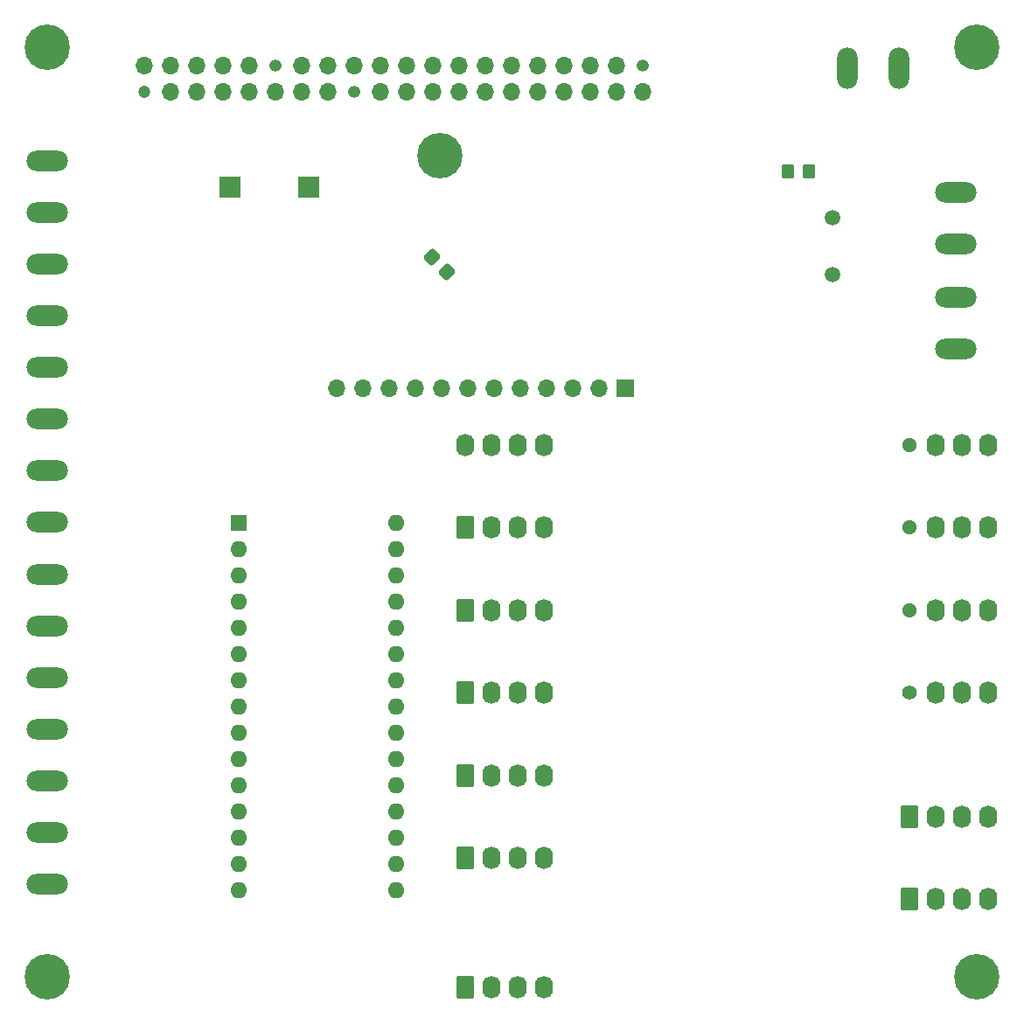
<source format=gbr>
%TF.GenerationSoftware,KiCad,Pcbnew,6.0.10*%
%TF.CreationDate,2023-01-17T11:13:45-03:00*%
%TF.ProjectId,trekking,7472656b-6b69-46e6-972e-6b696361645f,rev?*%
%TF.SameCoordinates,Original*%
%TF.FileFunction,Soldermask,Bot*%
%TF.FilePolarity,Negative*%
%FSLAX46Y46*%
G04 Gerber Fmt 4.6, Leading zero omitted, Abs format (unit mm)*
G04 Created by KiCad (PCBNEW 6.0.10) date 2023-01-17 11:13:45*
%MOMM*%
%LPD*%
G01*
G04 APERTURE LIST*
G04 Aperture macros list*
%AMRoundRect*
0 Rectangle with rounded corners*
0 $1 Rounding radius*
0 $2 $3 $4 $5 $6 $7 $8 $9 X,Y pos of 4 corners*
0 Add a 4 corners polygon primitive as box body*
4,1,4,$2,$3,$4,$5,$6,$7,$8,$9,$2,$3,0*
0 Add four circle primitives for the rounded corners*
1,1,$1+$1,$2,$3*
1,1,$1+$1,$4,$5*
1,1,$1+$1,$6,$7*
1,1,$1+$1,$8,$9*
0 Add four rect primitives between the rounded corners*
20,1,$1+$1,$2,$3,$4,$5,0*
20,1,$1+$1,$4,$5,$6,$7,0*
20,1,$1+$1,$6,$7,$8,$9,0*
20,1,$1+$1,$8,$9,$2,$3,0*%
%AMFreePoly0*
4,1,28,0.087733,0.694480,0.250858,0.653506,0.399499,0.574804,0.525078,0.462918,0.620343,0.324307,0.679794,0.166973,0.700000,0.000000,0.699846,-0.014660,0.676148,-0.181173,0.613415,-0.337228,0.515268,-0.473813,0.387374,-0.583045,0.237117,-0.658617,0.073170,-0.696165,-0.095001,-0.693523,-0.257687,-0.650844,-0.405497,-0.570589,-0.529897,-0.457394,-0.623705,-0.317793,-0.681505,-0.159846,
-0.699962,0.007330,-0.678008,0.174083,-0.616912,0.330786,-0.520201,0.468391,-0.393458,0.578956,-0.244000,0.656097,-0.080456,0.695361,0.087733,0.694480,0.087733,0.694480,$1*%
G04 Aperture macros list end*
%ADD10C,1.200000*%
%ADD11O,1.700000X1.700000*%
%ADD12O,1.200000X1.200000*%
%ADD13FreePoly0,0.000000*%
%ADD14O,1.740000X2.190000*%
%ADD15C,1.500000*%
%ADD16C,4.400000*%
%ADD17RoundRect,0.250000X-0.620000X-0.845000X0.620000X-0.845000X0.620000X0.845000X-0.620000X0.845000X0*%
%ADD18O,4.000000X2.000000*%
%ADD19R,2.000000X2.000000*%
%ADD20C,1.400000*%
%ADD21R,1.600000X1.600000*%
%ADD22O,1.600000X1.600000*%
%ADD23R,1.700000X1.700000*%
%ADD24O,2.000000X4.000000*%
%ADD25RoundRect,0.250000X0.350000X0.450000X-0.350000X0.450000X-0.350000X-0.450000X0.350000X-0.450000X0*%
%ADD26RoundRect,0.250000X-0.565685X-0.070711X-0.070711X-0.565685X0.565685X0.070711X0.070711X0.565685X0*%
G04 APERTURE END LIST*
D10*
%TO.C,J1*%
X54375000Y-64275000D03*
D11*
X54375000Y-61735000D03*
X56915000Y-64275000D03*
X56915000Y-61735000D03*
X59455000Y-64275000D03*
X59455000Y-61735000D03*
X61995000Y-64275000D03*
X61995000Y-61735000D03*
X64535000Y-64275000D03*
X64535000Y-61735000D03*
X67075000Y-64275000D03*
D12*
X67075000Y-61735000D03*
D11*
X69615000Y-64275000D03*
X69615000Y-61735000D03*
X72155000Y-64275000D03*
X72155000Y-61735000D03*
D12*
X74695000Y-64275000D03*
D11*
X74695000Y-61735000D03*
X77235000Y-64275000D03*
X77235000Y-61735000D03*
X79775000Y-64275000D03*
X79775000Y-61735000D03*
X82315000Y-64275000D03*
X82315000Y-61735000D03*
X84855000Y-64275000D03*
X84855000Y-61735000D03*
X87395000Y-64275000D03*
X87395000Y-61735000D03*
X89935000Y-64275000D03*
X89935000Y-61735000D03*
X92475000Y-64275000D03*
X92475000Y-61735000D03*
X95015000Y-64275000D03*
X95015000Y-61735000D03*
X97555000Y-64275000D03*
X97555000Y-61735000D03*
X100095000Y-64275000D03*
X100095000Y-61735000D03*
X102635000Y-64275000D03*
D12*
X102635000Y-61735000D03*
%TD*%
D13*
%TO.C,J5*%
X128500000Y-106483500D03*
D14*
X131040000Y-106483500D03*
X133580000Y-106483500D03*
X136120000Y-106483500D03*
%TD*%
D15*
%TO.C,VIN*%
X121000000Y-82000000D03*
%TD*%
D16*
%TO.C,REF\u002A\u002A*%
X45000000Y-60000000D03*
%TD*%
D13*
%TO.C,J2*%
X128500000Y-114483500D03*
D14*
X131040000Y-114483500D03*
X133580000Y-114483500D03*
X136120000Y-114483500D03*
%TD*%
%TO.C,J17*%
X85500000Y-98483500D03*
X88040000Y-98483500D03*
X90580000Y-98483500D03*
X93120000Y-98483500D03*
%TD*%
D17*
%TO.C,J10*%
X128500000Y-134503500D03*
D14*
X131040000Y-134503500D03*
X133580000Y-134503500D03*
X136120000Y-134503500D03*
%TD*%
D17*
%TO.C,J23*%
X85500000Y-151000000D03*
D14*
X88040000Y-151000000D03*
X90580000Y-151000000D03*
X93120000Y-151000000D03*
%TD*%
D18*
%TO.C,J22*%
X45000000Y-116000000D03*
X45000000Y-121000000D03*
X45000000Y-126000000D03*
%TD*%
D17*
%TO.C,J15*%
X85500000Y-106483500D03*
D14*
X88040000Y-106483500D03*
X90580000Y-106483500D03*
X93120000Y-106483500D03*
%TD*%
D17*
%TO.C,J12*%
X85500000Y-138483500D03*
D14*
X88040000Y-138483500D03*
X90580000Y-138483500D03*
X93120000Y-138483500D03*
%TD*%
D19*
%TO.C,D1*%
X70310000Y-73500000D03*
X62690000Y-73500000D03*
%TD*%
D16*
%TO.C,*%
X83000000Y-70500000D03*
%TD*%
D20*
%TO.C,J3*%
X128500000Y-122483500D03*
D14*
X131040000Y-122483500D03*
X133580000Y-122483500D03*
X136120000Y-122483500D03*
%TD*%
D18*
%TO.C,J20*%
X45000000Y-101000000D03*
X45000000Y-106000000D03*
X45000000Y-111000000D03*
%TD*%
D15*
%TO.C,VCC*%
X121000000Y-76500000D03*
%TD*%
D16*
%TO.C,REF\u002A\u002A*%
X45000000Y-150000000D03*
%TD*%
%TO.C,REF\u002A\u002A*%
X135000000Y-150000000D03*
%TD*%
D21*
%TO.C,A1*%
X63580000Y-106060000D03*
D22*
X63580000Y-108600000D03*
X63580000Y-111140000D03*
X63580000Y-113680000D03*
X63580000Y-116220000D03*
X63580000Y-118760000D03*
X63580000Y-121300000D03*
X63580000Y-123840000D03*
X63580000Y-126380000D03*
X63580000Y-128920000D03*
X63580000Y-131460000D03*
X63580000Y-134000000D03*
X63580000Y-136540000D03*
X63580000Y-139080000D03*
X63580000Y-141620000D03*
X78820000Y-141620000D03*
X78820000Y-139080000D03*
X78820000Y-136540000D03*
X78820000Y-134000000D03*
X78820000Y-131460000D03*
X78820000Y-128920000D03*
X78820000Y-126380000D03*
X78820000Y-123840000D03*
X78820000Y-121300000D03*
X78820000Y-118760000D03*
X78820000Y-116220000D03*
X78820000Y-113680000D03*
X78820000Y-111140000D03*
X78820000Y-108600000D03*
X78820000Y-106060000D03*
%TD*%
D17*
%TO.C,J16*%
X85500000Y-122483500D03*
D14*
X88040000Y-122483500D03*
X90580000Y-122483500D03*
X93120000Y-122483500D03*
%TD*%
D23*
%TO.C,J18*%
X101000000Y-93000000D03*
D11*
X98460000Y-93000000D03*
X95920000Y-93000000D03*
X93380000Y-93000000D03*
X90840000Y-93000000D03*
X88300000Y-93000000D03*
X85760000Y-93000000D03*
X83220000Y-93000000D03*
X80680000Y-93000000D03*
X78140000Y-93000000D03*
X75600000Y-93000000D03*
X73060000Y-93000000D03*
%TD*%
D13*
%TO.C,J4*%
X128500000Y-98483500D03*
D14*
X131040000Y-98483500D03*
X133580000Y-98483500D03*
X136120000Y-98483500D03*
%TD*%
D17*
%TO.C,J13*%
X85500000Y-114483500D03*
D14*
X88040000Y-114483500D03*
X90580000Y-114483500D03*
X93120000Y-114483500D03*
%TD*%
D16*
%TO.C,REF\u002A\u002A*%
X135000000Y-60000000D03*
%TD*%
D17*
%TO.C,J9*%
X128500000Y-142483500D03*
D14*
X131040000Y-142483500D03*
X133580000Y-142483500D03*
X136120000Y-142483500D03*
%TD*%
D18*
%TO.C,J19*%
X45000000Y-86000000D03*
X45000000Y-91000000D03*
X45000000Y-96000000D03*
%TD*%
%TO.C,J7*%
X133000000Y-74058500D03*
X133000000Y-79058500D03*
%TD*%
D24*
%TO.C,J8*%
X122500000Y-62000000D03*
X127500000Y-62000000D03*
%TD*%
D18*
%TO.C,J11*%
X45000000Y-71000000D03*
X45000000Y-76000000D03*
X45000000Y-81000000D03*
%TD*%
%TO.C,J21*%
X45000000Y-131000000D03*
X45000000Y-136000000D03*
X45000000Y-141000000D03*
%TD*%
%TO.C,J6*%
X133000000Y-84233500D03*
X133000000Y-89233500D03*
%TD*%
D17*
%TO.C,J14*%
X85500000Y-130483500D03*
D14*
X88040000Y-130483500D03*
X90580000Y-130483500D03*
X93120000Y-130483500D03*
%TD*%
D25*
%TO.C,R20*%
X118750000Y-72000000D03*
X116750000Y-72000000D03*
%TD*%
D26*
%TO.C,R21*%
X82292893Y-80292893D03*
X83707107Y-81707107D03*
%TD*%
M02*

</source>
